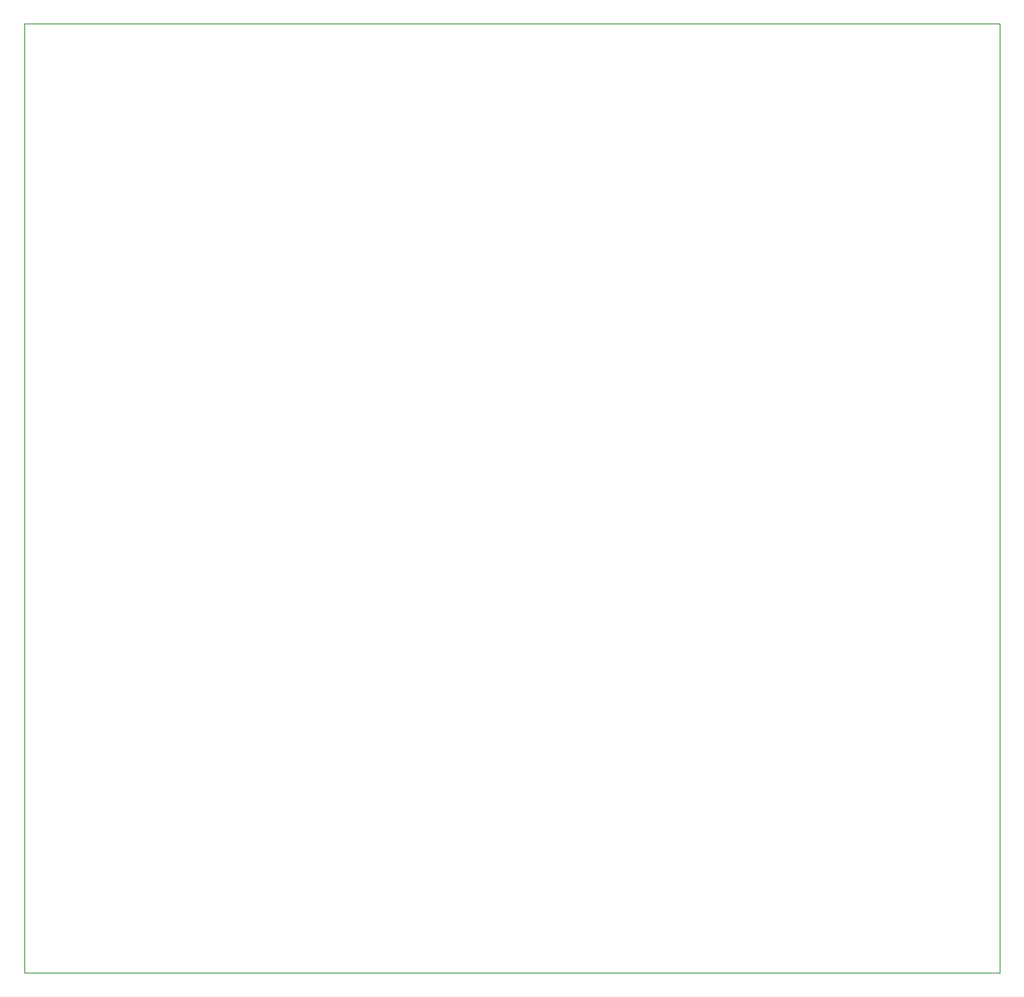
<source format=gbr>
G04 #@! TF.GenerationSoftware,KiCad,Pcbnew,5.1.2-f72e74a~84~ubuntu18.04.1*
G04 #@! TF.CreationDate,2019-06-19T14:47:42-04:00*
G04 #@! TF.ProjectId,temperature board,74656d70-6572-4617-9475-726520626f61,v01*
G04 #@! TF.SameCoordinates,Original*
G04 #@! TF.FileFunction,Profile,NP*
%FSLAX46Y46*%
G04 Gerber Fmt 4.6, Leading zero omitted, Abs format (unit mm)*
G04 Created by KiCad (PCBNEW 5.1.2-f72e74a~84~ubuntu18.04.1) date 2019-06-19 14:47:42*
%MOMM*%
%LPD*%
G04 APERTURE LIST*
%ADD10C,0.050000*%
G04 APERTURE END LIST*
D10*
X201930000Y-125730000D02*
X202057000Y-125730000D01*
X100330000Y-125730000D02*
X201930000Y-125730000D01*
X100330000Y-26670000D02*
X100330000Y-125730000D01*
X202057000Y-26670000D02*
X100330000Y-26670000D01*
X202057000Y-125730000D02*
X202057000Y-26670000D01*
M02*

</source>
